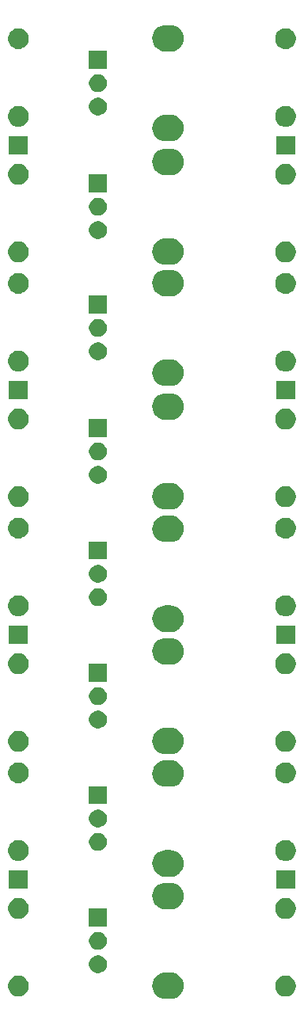
<source format=gbr>
G04 #@! TF.GenerationSoftware,KiCad,Pcbnew,(5.1.2)-2*
G04 #@! TF.CreationDate,2021-07-18T13:36:31+02:00*
G04 #@! TF.ProjectId,Octal,4f637461-6c2e-46b6-9963-61645f706362,1.0.0*
G04 #@! TF.SameCoordinates,Original*
G04 #@! TF.FileFunction,Soldermask,Top*
G04 #@! TF.FilePolarity,Negative*
%FSLAX46Y46*%
G04 Gerber Fmt 4.6, Leading zero omitted, Abs format (unit mm)*
G04 Created by KiCad (PCBNEW (5.1.2)-2) date 2021-07-18 13:36:31*
%MOMM*%
%LPD*%
G04 APERTURE LIST*
%ADD10C,0.150000*%
G04 APERTURE END LIST*
D10*
G36*
X187857412Y-148389805D02*
G01*
X187995604Y-148403416D01*
X188261579Y-148484099D01*
X188261581Y-148484100D01*
X188506701Y-148615119D01*
X188721556Y-148791444D01*
X188897881Y-149006299D01*
X189028900Y-149251419D01*
X189028901Y-149251421D01*
X189109584Y-149517396D01*
X189136827Y-149794000D01*
X189109584Y-150070604D01*
X189083823Y-150155525D01*
X189028900Y-150336581D01*
X188897881Y-150581701D01*
X188721556Y-150796556D01*
X188506701Y-150972881D01*
X188261581Y-151103900D01*
X188261579Y-151103901D01*
X187995604Y-151184584D01*
X187857412Y-151198195D01*
X187788317Y-151205000D01*
X187129683Y-151205000D01*
X187060588Y-151198195D01*
X186922396Y-151184584D01*
X186656421Y-151103901D01*
X186656419Y-151103900D01*
X186411299Y-150972881D01*
X186196444Y-150796556D01*
X186020119Y-150581701D01*
X185889100Y-150336581D01*
X185834177Y-150155525D01*
X185808416Y-150070604D01*
X185781173Y-149794000D01*
X185808416Y-149517396D01*
X185889099Y-149251421D01*
X185889100Y-149251419D01*
X186020119Y-149006299D01*
X186196444Y-148791444D01*
X186411299Y-148615119D01*
X186656419Y-148484100D01*
X186656421Y-148484099D01*
X186922396Y-148403416D01*
X187060588Y-148389805D01*
X187129683Y-148383000D01*
X187788317Y-148383000D01*
X187857412Y-148389805D01*
X187857412Y-148389805D01*
G37*
G36*
X200278655Y-148742591D02*
G01*
X200350525Y-148756887D01*
X200553624Y-148841013D01*
X200736409Y-148963146D01*
X200891854Y-149118591D01*
X201013987Y-149301376D01*
X201098113Y-149504475D01*
X201141000Y-149720084D01*
X201141000Y-149939916D01*
X201098113Y-150155525D01*
X201013987Y-150358624D01*
X200891854Y-150541409D01*
X200736409Y-150696854D01*
X200553624Y-150818987D01*
X200350525Y-150903113D01*
X200278655Y-150917409D01*
X200134918Y-150946000D01*
X199915082Y-150946000D01*
X199771345Y-150917409D01*
X199699475Y-150903113D01*
X199496376Y-150818987D01*
X199313591Y-150696854D01*
X199158146Y-150541409D01*
X199036013Y-150358624D01*
X198951887Y-150155525D01*
X198909000Y-149939916D01*
X198909000Y-149720084D01*
X198951887Y-149504475D01*
X199036013Y-149301376D01*
X199158146Y-149118591D01*
X199313591Y-148963146D01*
X199496376Y-148841013D01*
X199699475Y-148756887D01*
X199771345Y-148742591D01*
X199915082Y-148714000D01*
X200134918Y-148714000D01*
X200278655Y-148742591D01*
X200278655Y-148742591D01*
G37*
G36*
X171703655Y-148742591D02*
G01*
X171775525Y-148756887D01*
X171978624Y-148841013D01*
X172161409Y-148963146D01*
X172316854Y-149118591D01*
X172438987Y-149301376D01*
X172523113Y-149504475D01*
X172566000Y-149720084D01*
X172566000Y-149939916D01*
X172523113Y-150155525D01*
X172438987Y-150358624D01*
X172316854Y-150541409D01*
X172161409Y-150696854D01*
X171978624Y-150818987D01*
X171775525Y-150903113D01*
X171703655Y-150917409D01*
X171559918Y-150946000D01*
X171340082Y-150946000D01*
X171196345Y-150917409D01*
X171124475Y-150903113D01*
X170921376Y-150818987D01*
X170738591Y-150696854D01*
X170583146Y-150541409D01*
X170461013Y-150358624D01*
X170376887Y-150155525D01*
X170334000Y-149939916D01*
X170334000Y-149720084D01*
X170376887Y-149504475D01*
X170461013Y-149301376D01*
X170583146Y-149118591D01*
X170738591Y-148963146D01*
X170921376Y-148841013D01*
X171124475Y-148756887D01*
X171196345Y-148742591D01*
X171340082Y-148714000D01*
X171559918Y-148714000D01*
X171703655Y-148742591D01*
X171703655Y-148742591D01*
G37*
G36*
X180236395Y-146579546D02*
G01*
X180409466Y-146651234D01*
X180409467Y-146651235D01*
X180565227Y-146755310D01*
X180697690Y-146887773D01*
X180697691Y-146887775D01*
X180801766Y-147043534D01*
X180873454Y-147216605D01*
X180910000Y-147400333D01*
X180910000Y-147587667D01*
X180873454Y-147771395D01*
X180801766Y-147944466D01*
X180801765Y-147944467D01*
X180697690Y-148100227D01*
X180565227Y-148232690D01*
X180486818Y-148285081D01*
X180409466Y-148336766D01*
X180236395Y-148408454D01*
X180052667Y-148445000D01*
X179865333Y-148445000D01*
X179681605Y-148408454D01*
X179508534Y-148336766D01*
X179431182Y-148285081D01*
X179352773Y-148232690D01*
X179220310Y-148100227D01*
X179116235Y-147944467D01*
X179116234Y-147944466D01*
X179044546Y-147771395D01*
X179008000Y-147587667D01*
X179008000Y-147400333D01*
X179044546Y-147216605D01*
X179116234Y-147043534D01*
X179220309Y-146887775D01*
X179220310Y-146887773D01*
X179352773Y-146755310D01*
X179508533Y-146651235D01*
X179508534Y-146651234D01*
X179681605Y-146579546D01*
X179865333Y-146543000D01*
X180052667Y-146543000D01*
X180236395Y-146579546D01*
X180236395Y-146579546D01*
G37*
G36*
X180236395Y-144079546D02*
G01*
X180409466Y-144151234D01*
X180409467Y-144151235D01*
X180565227Y-144255310D01*
X180697690Y-144387773D01*
X180697691Y-144387775D01*
X180801766Y-144543534D01*
X180873454Y-144716605D01*
X180910000Y-144900333D01*
X180910000Y-145087667D01*
X180873454Y-145271395D01*
X180801766Y-145444466D01*
X180801765Y-145444467D01*
X180697690Y-145600227D01*
X180565227Y-145732690D01*
X180486818Y-145785081D01*
X180409466Y-145836766D01*
X180236395Y-145908454D01*
X180052667Y-145945000D01*
X179865333Y-145945000D01*
X179681605Y-145908454D01*
X179508534Y-145836766D01*
X179431182Y-145785081D01*
X179352773Y-145732690D01*
X179220310Y-145600227D01*
X179116235Y-145444467D01*
X179116234Y-145444466D01*
X179044546Y-145271395D01*
X179008000Y-145087667D01*
X179008000Y-144900333D01*
X179044546Y-144716605D01*
X179116234Y-144543534D01*
X179220309Y-144387775D01*
X179220310Y-144387773D01*
X179352773Y-144255310D01*
X179508533Y-144151235D01*
X179508534Y-144151234D01*
X179681605Y-144079546D01*
X179865333Y-144043000D01*
X180052667Y-144043000D01*
X180236395Y-144079546D01*
X180236395Y-144079546D01*
G37*
G36*
X180910000Y-143445000D02*
G01*
X179008000Y-143445000D01*
X179008000Y-141543000D01*
X180910000Y-141543000D01*
X180910000Y-143445000D01*
X180910000Y-143445000D01*
G37*
G36*
X200278655Y-140442591D02*
G01*
X200350525Y-140456887D01*
X200553624Y-140541013D01*
X200736409Y-140663146D01*
X200891854Y-140818591D01*
X201013987Y-141001376D01*
X201098113Y-141204475D01*
X201141000Y-141420084D01*
X201141000Y-141639916D01*
X201098113Y-141855525D01*
X201013987Y-142058624D01*
X200891854Y-142241409D01*
X200736409Y-142396854D01*
X200553624Y-142518987D01*
X200350525Y-142603113D01*
X200278655Y-142617409D01*
X200134918Y-142646000D01*
X199915082Y-142646000D01*
X199771345Y-142617409D01*
X199699475Y-142603113D01*
X199496376Y-142518987D01*
X199313591Y-142396854D01*
X199158146Y-142241409D01*
X199036013Y-142058624D01*
X198951887Y-141855525D01*
X198909000Y-141639916D01*
X198909000Y-141420084D01*
X198951887Y-141204475D01*
X199036013Y-141001376D01*
X199158146Y-140818591D01*
X199313591Y-140663146D01*
X199496376Y-140541013D01*
X199699475Y-140456887D01*
X199771345Y-140442591D01*
X199915082Y-140414000D01*
X200134918Y-140414000D01*
X200278655Y-140442591D01*
X200278655Y-140442591D01*
G37*
G36*
X171703655Y-140442591D02*
G01*
X171775525Y-140456887D01*
X171978624Y-140541013D01*
X172161409Y-140663146D01*
X172316854Y-140818591D01*
X172438987Y-141001376D01*
X172523113Y-141204475D01*
X172566000Y-141420084D01*
X172566000Y-141639916D01*
X172523113Y-141855525D01*
X172438987Y-142058624D01*
X172316854Y-142241409D01*
X172161409Y-142396854D01*
X171978624Y-142518987D01*
X171775525Y-142603113D01*
X171703655Y-142617409D01*
X171559918Y-142646000D01*
X171340082Y-142646000D01*
X171196345Y-142617409D01*
X171124475Y-142603113D01*
X170921376Y-142518987D01*
X170738591Y-142396854D01*
X170583146Y-142241409D01*
X170461013Y-142058624D01*
X170376887Y-141855525D01*
X170334000Y-141639916D01*
X170334000Y-141420084D01*
X170376887Y-141204475D01*
X170461013Y-141001376D01*
X170583146Y-140818591D01*
X170738591Y-140663146D01*
X170921376Y-140541013D01*
X171124475Y-140456887D01*
X171196345Y-140442591D01*
X171340082Y-140414000D01*
X171559918Y-140414000D01*
X171703655Y-140442591D01*
X171703655Y-140442591D01*
G37*
G36*
X187857412Y-138789805D02*
G01*
X187995604Y-138803416D01*
X188261579Y-138884099D01*
X188261581Y-138884100D01*
X188506701Y-139015119D01*
X188721556Y-139191444D01*
X188889429Y-139396000D01*
X188897880Y-139406298D01*
X189028901Y-139651421D01*
X189109584Y-139917396D01*
X189136827Y-140194000D01*
X189109584Y-140470604D01*
X189028901Y-140736579D01*
X189028900Y-140736581D01*
X188897881Y-140981701D01*
X188721556Y-141196556D01*
X188506701Y-141372881D01*
X188418390Y-141420084D01*
X188261579Y-141503901D01*
X187995604Y-141584584D01*
X187857412Y-141598195D01*
X187788317Y-141605000D01*
X187129683Y-141605000D01*
X187060588Y-141598195D01*
X186922396Y-141584584D01*
X186656421Y-141503901D01*
X186499610Y-141420084D01*
X186411299Y-141372881D01*
X186196444Y-141196556D01*
X186020119Y-140981701D01*
X185889100Y-140736581D01*
X185889099Y-140736579D01*
X185808416Y-140470604D01*
X185781173Y-140194000D01*
X185808416Y-139917396D01*
X185889099Y-139651421D01*
X186020120Y-139406298D01*
X186028571Y-139396000D01*
X186196444Y-139191444D01*
X186411299Y-139015119D01*
X186656419Y-138884100D01*
X186656421Y-138884099D01*
X186922396Y-138803416D01*
X187060588Y-138789805D01*
X187129683Y-138783000D01*
X187788317Y-138783000D01*
X187857412Y-138789805D01*
X187857412Y-138789805D01*
G37*
G36*
X172466000Y-139396000D02*
G01*
X170434000Y-139396000D01*
X170434000Y-137464000D01*
X172466000Y-137464000D01*
X172466000Y-139396000D01*
X172466000Y-139396000D01*
G37*
G36*
X201041000Y-139396000D02*
G01*
X199009000Y-139396000D01*
X199009000Y-137464000D01*
X201041000Y-137464000D01*
X201041000Y-139396000D01*
X201041000Y-139396000D01*
G37*
G36*
X187857412Y-135308805D02*
G01*
X187995604Y-135322416D01*
X188261579Y-135403099D01*
X188261581Y-135403100D01*
X188506701Y-135534119D01*
X188721556Y-135710444D01*
X188897880Y-135925298D01*
X189028901Y-136170421D01*
X189109584Y-136436396D01*
X189136827Y-136713000D01*
X189109584Y-136989604D01*
X189028901Y-137255579D01*
X189028900Y-137255581D01*
X188897881Y-137500701D01*
X188721556Y-137715556D01*
X188506701Y-137891881D01*
X188261581Y-138022900D01*
X188261579Y-138022901D01*
X187995604Y-138103584D01*
X187857412Y-138117195D01*
X187788317Y-138124000D01*
X187129683Y-138124000D01*
X187060588Y-138117195D01*
X186922396Y-138103584D01*
X186656421Y-138022901D01*
X186656419Y-138022900D01*
X186411299Y-137891881D01*
X186196444Y-137715556D01*
X186020119Y-137500701D01*
X185889100Y-137255581D01*
X185889099Y-137255579D01*
X185808416Y-136989604D01*
X185781173Y-136713000D01*
X185808416Y-136436396D01*
X185889099Y-136170421D01*
X186020120Y-135925298D01*
X186196444Y-135710444D01*
X186411299Y-135534119D01*
X186656419Y-135403100D01*
X186656421Y-135403099D01*
X186922396Y-135322416D01*
X187060588Y-135308805D01*
X187129683Y-135302000D01*
X187788317Y-135302000D01*
X187857412Y-135308805D01*
X187857412Y-135308805D01*
G37*
G36*
X171703655Y-134242591D02*
G01*
X171775525Y-134256887D01*
X171978624Y-134341013D01*
X172161409Y-134463146D01*
X172316854Y-134618591D01*
X172438987Y-134801376D01*
X172523113Y-135004475D01*
X172566000Y-135220084D01*
X172566000Y-135439916D01*
X172523113Y-135655525D01*
X172438987Y-135858624D01*
X172316854Y-136041409D01*
X172161409Y-136196854D01*
X171978624Y-136318987D01*
X171775525Y-136403113D01*
X171703655Y-136417409D01*
X171559918Y-136446000D01*
X171340082Y-136446000D01*
X171196345Y-136417409D01*
X171124475Y-136403113D01*
X170921376Y-136318987D01*
X170738591Y-136196854D01*
X170583146Y-136041409D01*
X170461013Y-135858624D01*
X170376887Y-135655525D01*
X170334000Y-135439916D01*
X170334000Y-135220084D01*
X170376887Y-135004475D01*
X170461013Y-134801376D01*
X170583146Y-134618591D01*
X170738591Y-134463146D01*
X170921376Y-134341013D01*
X171124475Y-134256887D01*
X171196345Y-134242591D01*
X171340082Y-134214000D01*
X171559918Y-134214000D01*
X171703655Y-134242591D01*
X171703655Y-134242591D01*
G37*
G36*
X200278655Y-134242591D02*
G01*
X200350525Y-134256887D01*
X200553624Y-134341013D01*
X200736409Y-134463146D01*
X200891854Y-134618591D01*
X201013987Y-134801376D01*
X201098113Y-135004475D01*
X201141000Y-135220084D01*
X201141000Y-135439916D01*
X201098113Y-135655525D01*
X201013987Y-135858624D01*
X200891854Y-136041409D01*
X200736409Y-136196854D01*
X200553624Y-136318987D01*
X200350525Y-136403113D01*
X200278655Y-136417409D01*
X200134918Y-136446000D01*
X199915082Y-136446000D01*
X199771345Y-136417409D01*
X199699475Y-136403113D01*
X199496376Y-136318987D01*
X199313591Y-136196854D01*
X199158146Y-136041409D01*
X199036013Y-135858624D01*
X198951887Y-135655525D01*
X198909000Y-135439916D01*
X198909000Y-135220084D01*
X198951887Y-135004475D01*
X199036013Y-134801376D01*
X199158146Y-134618591D01*
X199313591Y-134463146D01*
X199496376Y-134341013D01*
X199699475Y-134256887D01*
X199771345Y-134242591D01*
X199915082Y-134214000D01*
X200134918Y-134214000D01*
X200278655Y-134242591D01*
X200278655Y-134242591D01*
G37*
G36*
X180236395Y-133498546D02*
G01*
X180409466Y-133570234D01*
X180409467Y-133570235D01*
X180565227Y-133674310D01*
X180697690Y-133806773D01*
X180697691Y-133806775D01*
X180801766Y-133962534D01*
X180873454Y-134135605D01*
X180910000Y-134319333D01*
X180910000Y-134506667D01*
X180873454Y-134690395D01*
X180801766Y-134863466D01*
X180801765Y-134863467D01*
X180697690Y-135019227D01*
X180565227Y-135151690D01*
X180486818Y-135204081D01*
X180409466Y-135255766D01*
X180236395Y-135327454D01*
X180052667Y-135364000D01*
X179865333Y-135364000D01*
X179681605Y-135327454D01*
X179508534Y-135255766D01*
X179431182Y-135204081D01*
X179352773Y-135151690D01*
X179220310Y-135019227D01*
X179116235Y-134863467D01*
X179116234Y-134863466D01*
X179044546Y-134690395D01*
X179008000Y-134506667D01*
X179008000Y-134319333D01*
X179044546Y-134135605D01*
X179116234Y-133962534D01*
X179220309Y-133806775D01*
X179220310Y-133806773D01*
X179352773Y-133674310D01*
X179508533Y-133570235D01*
X179508534Y-133570234D01*
X179681605Y-133498546D01*
X179865333Y-133462000D01*
X180052667Y-133462000D01*
X180236395Y-133498546D01*
X180236395Y-133498546D01*
G37*
G36*
X180236395Y-130998546D02*
G01*
X180409466Y-131070234D01*
X180409467Y-131070235D01*
X180565227Y-131174310D01*
X180697690Y-131306773D01*
X180697691Y-131306775D01*
X180801766Y-131462534D01*
X180873454Y-131635605D01*
X180910000Y-131819333D01*
X180910000Y-132006667D01*
X180873454Y-132190395D01*
X180801766Y-132363466D01*
X180801765Y-132363467D01*
X180697690Y-132519227D01*
X180565227Y-132651690D01*
X180486818Y-132704081D01*
X180409466Y-132755766D01*
X180236395Y-132827454D01*
X180052667Y-132864000D01*
X179865333Y-132864000D01*
X179681605Y-132827454D01*
X179508534Y-132755766D01*
X179431182Y-132704081D01*
X179352773Y-132651690D01*
X179220310Y-132519227D01*
X179116235Y-132363467D01*
X179116234Y-132363466D01*
X179044546Y-132190395D01*
X179008000Y-132006667D01*
X179008000Y-131819333D01*
X179044546Y-131635605D01*
X179116234Y-131462534D01*
X179220309Y-131306775D01*
X179220310Y-131306773D01*
X179352773Y-131174310D01*
X179508533Y-131070235D01*
X179508534Y-131070234D01*
X179681605Y-130998546D01*
X179865333Y-130962000D01*
X180052667Y-130962000D01*
X180236395Y-130998546D01*
X180236395Y-130998546D01*
G37*
G36*
X180910000Y-130364000D02*
G01*
X179008000Y-130364000D01*
X179008000Y-128462000D01*
X180910000Y-128462000D01*
X180910000Y-130364000D01*
X180910000Y-130364000D01*
G37*
G36*
X187857412Y-125708805D02*
G01*
X187995604Y-125722416D01*
X188261579Y-125803099D01*
X188261581Y-125803100D01*
X188506701Y-125934119D01*
X188721556Y-126110444D01*
X188892376Y-126318591D01*
X188897880Y-126325298D01*
X189028901Y-126570421D01*
X189109584Y-126836396D01*
X189136827Y-127113000D01*
X189109584Y-127389604D01*
X189058312Y-127558623D01*
X189028900Y-127655581D01*
X188897881Y-127900701D01*
X188721556Y-128115556D01*
X188506701Y-128291881D01*
X188261581Y-128422900D01*
X188261579Y-128422901D01*
X187995604Y-128503584D01*
X187857412Y-128517195D01*
X187788317Y-128524000D01*
X187129683Y-128524000D01*
X187060588Y-128517195D01*
X186922396Y-128503584D01*
X186656421Y-128422901D01*
X186656419Y-128422900D01*
X186411299Y-128291881D01*
X186196444Y-128115556D01*
X186020119Y-127900701D01*
X185889100Y-127655581D01*
X185859688Y-127558623D01*
X185808416Y-127389604D01*
X185781173Y-127113000D01*
X185808416Y-126836396D01*
X185889099Y-126570421D01*
X186020120Y-126325298D01*
X186025624Y-126318591D01*
X186196444Y-126110444D01*
X186411299Y-125934119D01*
X186656419Y-125803100D01*
X186656421Y-125803099D01*
X186922396Y-125722416D01*
X187060588Y-125708805D01*
X187129683Y-125702000D01*
X187788317Y-125702000D01*
X187857412Y-125708805D01*
X187857412Y-125708805D01*
G37*
G36*
X200236062Y-125934119D02*
G01*
X200350525Y-125956887D01*
X200553624Y-126041013D01*
X200736409Y-126163146D01*
X200891854Y-126318591D01*
X201013987Y-126501376D01*
X201098113Y-126704475D01*
X201141000Y-126920084D01*
X201141000Y-127139916D01*
X201098113Y-127355525D01*
X201013987Y-127558624D01*
X200891854Y-127741409D01*
X200736409Y-127896854D01*
X200553624Y-128018987D01*
X200350525Y-128103113D01*
X200287974Y-128115555D01*
X200134918Y-128146000D01*
X199915082Y-128146000D01*
X199762026Y-128115555D01*
X199699475Y-128103113D01*
X199496376Y-128018987D01*
X199313591Y-127896854D01*
X199158146Y-127741409D01*
X199036013Y-127558624D01*
X198951887Y-127355525D01*
X198909000Y-127139916D01*
X198909000Y-126920084D01*
X198951887Y-126704475D01*
X199036013Y-126501376D01*
X199158146Y-126318591D01*
X199313591Y-126163146D01*
X199496376Y-126041013D01*
X199699475Y-125956887D01*
X199813938Y-125934119D01*
X199915082Y-125914000D01*
X200134918Y-125914000D01*
X200236062Y-125934119D01*
X200236062Y-125934119D01*
G37*
G36*
X171661062Y-125934119D02*
G01*
X171775525Y-125956887D01*
X171978624Y-126041013D01*
X172161409Y-126163146D01*
X172316854Y-126318591D01*
X172438987Y-126501376D01*
X172523113Y-126704475D01*
X172566000Y-126920084D01*
X172566000Y-127139916D01*
X172523113Y-127355525D01*
X172438987Y-127558624D01*
X172316854Y-127741409D01*
X172161409Y-127896854D01*
X171978624Y-128018987D01*
X171775525Y-128103113D01*
X171712974Y-128115555D01*
X171559918Y-128146000D01*
X171340082Y-128146000D01*
X171187026Y-128115555D01*
X171124475Y-128103113D01*
X170921376Y-128018987D01*
X170738591Y-127896854D01*
X170583146Y-127741409D01*
X170461013Y-127558624D01*
X170376887Y-127355525D01*
X170334000Y-127139916D01*
X170334000Y-126920084D01*
X170376887Y-126704475D01*
X170461013Y-126501376D01*
X170583146Y-126318591D01*
X170738591Y-126163146D01*
X170921376Y-126041013D01*
X171124475Y-125956887D01*
X171238938Y-125934119D01*
X171340082Y-125914000D01*
X171559918Y-125914000D01*
X171661062Y-125934119D01*
X171661062Y-125934119D01*
G37*
G36*
X187857412Y-122227805D02*
G01*
X187995604Y-122241416D01*
X188261579Y-122322099D01*
X188261581Y-122322100D01*
X188506701Y-122453119D01*
X188721556Y-122629444D01*
X188897881Y-122844299D01*
X189028900Y-123089419D01*
X189028901Y-123089421D01*
X189109584Y-123355396D01*
X189136827Y-123632000D01*
X189109584Y-123908604D01*
X189083823Y-123993525D01*
X189028900Y-124174581D01*
X188897881Y-124419701D01*
X188721556Y-124634556D01*
X188506701Y-124810881D01*
X188261581Y-124941900D01*
X188261579Y-124941901D01*
X187995604Y-125022584D01*
X187857412Y-125036195D01*
X187788317Y-125043000D01*
X187129683Y-125043000D01*
X187060588Y-125036195D01*
X186922396Y-125022584D01*
X186656421Y-124941901D01*
X186656419Y-124941900D01*
X186411299Y-124810881D01*
X186196444Y-124634556D01*
X186020119Y-124419701D01*
X185889100Y-124174581D01*
X185834177Y-123993525D01*
X185808416Y-123908604D01*
X185781173Y-123632000D01*
X185808416Y-123355396D01*
X185889099Y-123089421D01*
X185889100Y-123089419D01*
X186020119Y-122844299D01*
X186196444Y-122629444D01*
X186411299Y-122453119D01*
X186656419Y-122322100D01*
X186656421Y-122322099D01*
X186922396Y-122241416D01*
X187060588Y-122227805D01*
X187129683Y-122221000D01*
X187788317Y-122221000D01*
X187857412Y-122227805D01*
X187857412Y-122227805D01*
G37*
G36*
X200278655Y-122580591D02*
G01*
X200350525Y-122594887D01*
X200553624Y-122679013D01*
X200736409Y-122801146D01*
X200891854Y-122956591D01*
X201013987Y-123139376D01*
X201098113Y-123342475D01*
X201141000Y-123558084D01*
X201141000Y-123777916D01*
X201098113Y-123993525D01*
X201013987Y-124196624D01*
X200891854Y-124379409D01*
X200736409Y-124534854D01*
X200553624Y-124656987D01*
X200350525Y-124741113D01*
X200278655Y-124755409D01*
X200134918Y-124784000D01*
X199915082Y-124784000D01*
X199771345Y-124755409D01*
X199699475Y-124741113D01*
X199496376Y-124656987D01*
X199313591Y-124534854D01*
X199158146Y-124379409D01*
X199036013Y-124196624D01*
X198951887Y-123993525D01*
X198909000Y-123777916D01*
X198909000Y-123558084D01*
X198951887Y-123342475D01*
X199036013Y-123139376D01*
X199158146Y-122956591D01*
X199313591Y-122801146D01*
X199496376Y-122679013D01*
X199699475Y-122594887D01*
X199771345Y-122580591D01*
X199915082Y-122552000D01*
X200134918Y-122552000D01*
X200278655Y-122580591D01*
X200278655Y-122580591D01*
G37*
G36*
X171703655Y-122580591D02*
G01*
X171775525Y-122594887D01*
X171978624Y-122679013D01*
X172161409Y-122801146D01*
X172316854Y-122956591D01*
X172438987Y-123139376D01*
X172523113Y-123342475D01*
X172566000Y-123558084D01*
X172566000Y-123777916D01*
X172523113Y-123993525D01*
X172438987Y-124196624D01*
X172316854Y-124379409D01*
X172161409Y-124534854D01*
X171978624Y-124656987D01*
X171775525Y-124741113D01*
X171703655Y-124755409D01*
X171559918Y-124784000D01*
X171340082Y-124784000D01*
X171196345Y-124755409D01*
X171124475Y-124741113D01*
X170921376Y-124656987D01*
X170738591Y-124534854D01*
X170583146Y-124379409D01*
X170461013Y-124196624D01*
X170376887Y-123993525D01*
X170334000Y-123777916D01*
X170334000Y-123558084D01*
X170376887Y-123342475D01*
X170461013Y-123139376D01*
X170583146Y-122956591D01*
X170738591Y-122801146D01*
X170921376Y-122679013D01*
X171124475Y-122594887D01*
X171196345Y-122580591D01*
X171340082Y-122552000D01*
X171559918Y-122552000D01*
X171703655Y-122580591D01*
X171703655Y-122580591D01*
G37*
G36*
X180236395Y-120417546D02*
G01*
X180409466Y-120489234D01*
X180409467Y-120489235D01*
X180565227Y-120593310D01*
X180697690Y-120725773D01*
X180697691Y-120725775D01*
X180801766Y-120881534D01*
X180873454Y-121054605D01*
X180910000Y-121238333D01*
X180910000Y-121425667D01*
X180873454Y-121609395D01*
X180801766Y-121782466D01*
X180801765Y-121782467D01*
X180697690Y-121938227D01*
X180565227Y-122070690D01*
X180486818Y-122123081D01*
X180409466Y-122174766D01*
X180236395Y-122246454D01*
X180052667Y-122283000D01*
X179865333Y-122283000D01*
X179681605Y-122246454D01*
X179508534Y-122174766D01*
X179431182Y-122123081D01*
X179352773Y-122070690D01*
X179220310Y-121938227D01*
X179116235Y-121782467D01*
X179116234Y-121782466D01*
X179044546Y-121609395D01*
X179008000Y-121425667D01*
X179008000Y-121238333D01*
X179044546Y-121054605D01*
X179116234Y-120881534D01*
X179220309Y-120725775D01*
X179220310Y-120725773D01*
X179352773Y-120593310D01*
X179508533Y-120489235D01*
X179508534Y-120489234D01*
X179681605Y-120417546D01*
X179865333Y-120381000D01*
X180052667Y-120381000D01*
X180236395Y-120417546D01*
X180236395Y-120417546D01*
G37*
G36*
X180236395Y-117917546D02*
G01*
X180409466Y-117989234D01*
X180409467Y-117989235D01*
X180565227Y-118093310D01*
X180697690Y-118225773D01*
X180697691Y-118225775D01*
X180801766Y-118381534D01*
X180873454Y-118554605D01*
X180910000Y-118738333D01*
X180910000Y-118925667D01*
X180873454Y-119109395D01*
X180801766Y-119282466D01*
X180801765Y-119282467D01*
X180697690Y-119438227D01*
X180565227Y-119570690D01*
X180486818Y-119623081D01*
X180409466Y-119674766D01*
X180236395Y-119746454D01*
X180052667Y-119783000D01*
X179865333Y-119783000D01*
X179681605Y-119746454D01*
X179508534Y-119674766D01*
X179431182Y-119623081D01*
X179352773Y-119570690D01*
X179220310Y-119438227D01*
X179116235Y-119282467D01*
X179116234Y-119282466D01*
X179044546Y-119109395D01*
X179008000Y-118925667D01*
X179008000Y-118738333D01*
X179044546Y-118554605D01*
X179116234Y-118381534D01*
X179220309Y-118225775D01*
X179220310Y-118225773D01*
X179352773Y-118093310D01*
X179508533Y-117989235D01*
X179508534Y-117989234D01*
X179681605Y-117917546D01*
X179865333Y-117881000D01*
X180052667Y-117881000D01*
X180236395Y-117917546D01*
X180236395Y-117917546D01*
G37*
G36*
X180910000Y-117283000D02*
G01*
X179008000Y-117283000D01*
X179008000Y-115381000D01*
X180910000Y-115381000D01*
X180910000Y-117283000D01*
X180910000Y-117283000D01*
G37*
G36*
X171703655Y-114280591D02*
G01*
X171775525Y-114294887D01*
X171978624Y-114379013D01*
X172161409Y-114501146D01*
X172316854Y-114656591D01*
X172438987Y-114839376D01*
X172523113Y-115042475D01*
X172566000Y-115258084D01*
X172566000Y-115477916D01*
X172523113Y-115693525D01*
X172438987Y-115896624D01*
X172316854Y-116079409D01*
X172161409Y-116234854D01*
X171978624Y-116356987D01*
X171775525Y-116441113D01*
X171703655Y-116455409D01*
X171559918Y-116484000D01*
X171340082Y-116484000D01*
X171196345Y-116455409D01*
X171124475Y-116441113D01*
X170921376Y-116356987D01*
X170738591Y-116234854D01*
X170583146Y-116079409D01*
X170461013Y-115896624D01*
X170376887Y-115693525D01*
X170334000Y-115477916D01*
X170334000Y-115258084D01*
X170376887Y-115042475D01*
X170461013Y-114839376D01*
X170583146Y-114656591D01*
X170738591Y-114501146D01*
X170921376Y-114379013D01*
X171124475Y-114294887D01*
X171196345Y-114280591D01*
X171340082Y-114252000D01*
X171559918Y-114252000D01*
X171703655Y-114280591D01*
X171703655Y-114280591D01*
G37*
G36*
X200278655Y-114280591D02*
G01*
X200350525Y-114294887D01*
X200553624Y-114379013D01*
X200736409Y-114501146D01*
X200891854Y-114656591D01*
X201013987Y-114839376D01*
X201098113Y-115042475D01*
X201141000Y-115258084D01*
X201141000Y-115477916D01*
X201098113Y-115693525D01*
X201013987Y-115896624D01*
X200891854Y-116079409D01*
X200736409Y-116234854D01*
X200553624Y-116356987D01*
X200350525Y-116441113D01*
X200278655Y-116455409D01*
X200134918Y-116484000D01*
X199915082Y-116484000D01*
X199771345Y-116455409D01*
X199699475Y-116441113D01*
X199496376Y-116356987D01*
X199313591Y-116234854D01*
X199158146Y-116079409D01*
X199036013Y-115896624D01*
X198951887Y-115693525D01*
X198909000Y-115477916D01*
X198909000Y-115258084D01*
X198951887Y-115042475D01*
X199036013Y-114839376D01*
X199158146Y-114656591D01*
X199313591Y-114501146D01*
X199496376Y-114379013D01*
X199699475Y-114294887D01*
X199771345Y-114280591D01*
X199915082Y-114252000D01*
X200134918Y-114252000D01*
X200278655Y-114280591D01*
X200278655Y-114280591D01*
G37*
G36*
X187857412Y-112627805D02*
G01*
X187995604Y-112641416D01*
X188261579Y-112722099D01*
X188261581Y-112722100D01*
X188506701Y-112853119D01*
X188721556Y-113029444D01*
X188889429Y-113234000D01*
X188897880Y-113244298D01*
X189028901Y-113489421D01*
X189109584Y-113755396D01*
X189136827Y-114032000D01*
X189109584Y-114308604D01*
X189028901Y-114574579D01*
X189028900Y-114574581D01*
X188897881Y-114819701D01*
X188721556Y-115034556D01*
X188506701Y-115210881D01*
X188418390Y-115258084D01*
X188261579Y-115341901D01*
X187995604Y-115422584D01*
X187857412Y-115436195D01*
X187788317Y-115443000D01*
X187129683Y-115443000D01*
X187060588Y-115436195D01*
X186922396Y-115422584D01*
X186656421Y-115341901D01*
X186499610Y-115258084D01*
X186411299Y-115210881D01*
X186196444Y-115034556D01*
X186020119Y-114819701D01*
X185889100Y-114574581D01*
X185889099Y-114574579D01*
X185808416Y-114308604D01*
X185781173Y-114032000D01*
X185808416Y-113755396D01*
X185889099Y-113489421D01*
X186020120Y-113244298D01*
X186028571Y-113234000D01*
X186196444Y-113029444D01*
X186411299Y-112853119D01*
X186656419Y-112722100D01*
X186656421Y-112722099D01*
X186922396Y-112641416D01*
X187060588Y-112627805D01*
X187129683Y-112621000D01*
X187788317Y-112621000D01*
X187857412Y-112627805D01*
X187857412Y-112627805D01*
G37*
G36*
X172466000Y-113234000D02*
G01*
X170434000Y-113234000D01*
X170434000Y-111302000D01*
X172466000Y-111302000D01*
X172466000Y-113234000D01*
X172466000Y-113234000D01*
G37*
G36*
X201041000Y-113234000D02*
G01*
X199009000Y-113234000D01*
X199009000Y-111302000D01*
X201041000Y-111302000D01*
X201041000Y-113234000D01*
X201041000Y-113234000D01*
G37*
G36*
X187857412Y-109146805D02*
G01*
X187995604Y-109160416D01*
X188261579Y-109241099D01*
X188261581Y-109241100D01*
X188506701Y-109372119D01*
X188721556Y-109548444D01*
X188897880Y-109763298D01*
X189028901Y-110008421D01*
X189109584Y-110274396D01*
X189136827Y-110551000D01*
X189109584Y-110827604D01*
X189028901Y-111093579D01*
X189028900Y-111093581D01*
X188897881Y-111338701D01*
X188721556Y-111553556D01*
X188506701Y-111729881D01*
X188261581Y-111860900D01*
X188261579Y-111860901D01*
X187995604Y-111941584D01*
X187857412Y-111955195D01*
X187788317Y-111962000D01*
X187129683Y-111962000D01*
X187060588Y-111955195D01*
X186922396Y-111941584D01*
X186656421Y-111860901D01*
X186656419Y-111860900D01*
X186411299Y-111729881D01*
X186196444Y-111553556D01*
X186020119Y-111338701D01*
X185889100Y-111093581D01*
X185889099Y-111093579D01*
X185808416Y-110827604D01*
X185781173Y-110551000D01*
X185808416Y-110274396D01*
X185889099Y-110008421D01*
X186020120Y-109763298D01*
X186196444Y-109548444D01*
X186411299Y-109372119D01*
X186656419Y-109241100D01*
X186656421Y-109241099D01*
X186922396Y-109160416D01*
X187060588Y-109146805D01*
X187129683Y-109140000D01*
X187788317Y-109140000D01*
X187857412Y-109146805D01*
X187857412Y-109146805D01*
G37*
G36*
X200278655Y-108080591D02*
G01*
X200350525Y-108094887D01*
X200553624Y-108179013D01*
X200736409Y-108301146D01*
X200891854Y-108456591D01*
X201013987Y-108639376D01*
X201098113Y-108842475D01*
X201141000Y-109058084D01*
X201141000Y-109277916D01*
X201098113Y-109493525D01*
X201013987Y-109696624D01*
X200891854Y-109879409D01*
X200736409Y-110034854D01*
X200553624Y-110156987D01*
X200350525Y-110241113D01*
X200278655Y-110255409D01*
X200134918Y-110284000D01*
X199915082Y-110284000D01*
X199771345Y-110255409D01*
X199699475Y-110241113D01*
X199496376Y-110156987D01*
X199313591Y-110034854D01*
X199158146Y-109879409D01*
X199036013Y-109696624D01*
X198951887Y-109493525D01*
X198909000Y-109277916D01*
X198909000Y-109058084D01*
X198951887Y-108842475D01*
X199036013Y-108639376D01*
X199158146Y-108456591D01*
X199313591Y-108301146D01*
X199496376Y-108179013D01*
X199699475Y-108094887D01*
X199771345Y-108080591D01*
X199915082Y-108052000D01*
X200134918Y-108052000D01*
X200278655Y-108080591D01*
X200278655Y-108080591D01*
G37*
G36*
X171703655Y-108080591D02*
G01*
X171775525Y-108094887D01*
X171978624Y-108179013D01*
X172161409Y-108301146D01*
X172316854Y-108456591D01*
X172438987Y-108639376D01*
X172523113Y-108842475D01*
X172566000Y-109058084D01*
X172566000Y-109277916D01*
X172523113Y-109493525D01*
X172438987Y-109696624D01*
X172316854Y-109879409D01*
X172161409Y-110034854D01*
X171978624Y-110156987D01*
X171775525Y-110241113D01*
X171703655Y-110255409D01*
X171559918Y-110284000D01*
X171340082Y-110284000D01*
X171196345Y-110255409D01*
X171124475Y-110241113D01*
X170921376Y-110156987D01*
X170738591Y-110034854D01*
X170583146Y-109879409D01*
X170461013Y-109696624D01*
X170376887Y-109493525D01*
X170334000Y-109277916D01*
X170334000Y-109058084D01*
X170376887Y-108842475D01*
X170461013Y-108639376D01*
X170583146Y-108456591D01*
X170738591Y-108301146D01*
X170921376Y-108179013D01*
X171124475Y-108094887D01*
X171196345Y-108080591D01*
X171340082Y-108052000D01*
X171559918Y-108052000D01*
X171703655Y-108080591D01*
X171703655Y-108080591D01*
G37*
G36*
X180236395Y-107336546D02*
G01*
X180409466Y-107408234D01*
X180409467Y-107408235D01*
X180565227Y-107512310D01*
X180697690Y-107644773D01*
X180697691Y-107644775D01*
X180801766Y-107800534D01*
X180873454Y-107973605D01*
X180910000Y-108157333D01*
X180910000Y-108344667D01*
X180873454Y-108528395D01*
X180801766Y-108701466D01*
X180801765Y-108701467D01*
X180697690Y-108857227D01*
X180565227Y-108989690D01*
X180486818Y-109042081D01*
X180409466Y-109093766D01*
X180236395Y-109165454D01*
X180052667Y-109202000D01*
X179865333Y-109202000D01*
X179681605Y-109165454D01*
X179508534Y-109093766D01*
X179431182Y-109042081D01*
X179352773Y-108989690D01*
X179220310Y-108857227D01*
X179116235Y-108701467D01*
X179116234Y-108701466D01*
X179044546Y-108528395D01*
X179008000Y-108344667D01*
X179008000Y-108157333D01*
X179044546Y-107973605D01*
X179116234Y-107800534D01*
X179220309Y-107644775D01*
X179220310Y-107644773D01*
X179352773Y-107512310D01*
X179508533Y-107408235D01*
X179508534Y-107408234D01*
X179681605Y-107336546D01*
X179865333Y-107300000D01*
X180052667Y-107300000D01*
X180236395Y-107336546D01*
X180236395Y-107336546D01*
G37*
G36*
X180236395Y-104836546D02*
G01*
X180409466Y-104908234D01*
X180409467Y-104908235D01*
X180565227Y-105012310D01*
X180697690Y-105144773D01*
X180697691Y-105144775D01*
X180801766Y-105300534D01*
X180873454Y-105473605D01*
X180910000Y-105657333D01*
X180910000Y-105844667D01*
X180873454Y-106028395D01*
X180801766Y-106201466D01*
X180801765Y-106201467D01*
X180697690Y-106357227D01*
X180565227Y-106489690D01*
X180486818Y-106542081D01*
X180409466Y-106593766D01*
X180236395Y-106665454D01*
X180052667Y-106702000D01*
X179865333Y-106702000D01*
X179681605Y-106665454D01*
X179508534Y-106593766D01*
X179431182Y-106542081D01*
X179352773Y-106489690D01*
X179220310Y-106357227D01*
X179116235Y-106201467D01*
X179116234Y-106201466D01*
X179044546Y-106028395D01*
X179008000Y-105844667D01*
X179008000Y-105657333D01*
X179044546Y-105473605D01*
X179116234Y-105300534D01*
X179220309Y-105144775D01*
X179220310Y-105144773D01*
X179352773Y-105012310D01*
X179508533Y-104908235D01*
X179508534Y-104908234D01*
X179681605Y-104836546D01*
X179865333Y-104800000D01*
X180052667Y-104800000D01*
X180236395Y-104836546D01*
X180236395Y-104836546D01*
G37*
G36*
X180910000Y-104202000D02*
G01*
X179008000Y-104202000D01*
X179008000Y-102300000D01*
X180910000Y-102300000D01*
X180910000Y-104202000D01*
X180910000Y-104202000D01*
G37*
G36*
X187857412Y-99546805D02*
G01*
X187995604Y-99560416D01*
X188261579Y-99641099D01*
X188261581Y-99641100D01*
X188506701Y-99772119D01*
X188721556Y-99948444D01*
X188892376Y-100156591D01*
X188897880Y-100163298D01*
X189028901Y-100408421D01*
X189109584Y-100674396D01*
X189136827Y-100951000D01*
X189109584Y-101227604D01*
X189058312Y-101396623D01*
X189028900Y-101493581D01*
X188897881Y-101738701D01*
X188721556Y-101953556D01*
X188506701Y-102129881D01*
X188261581Y-102260900D01*
X188261579Y-102260901D01*
X187995604Y-102341584D01*
X187857412Y-102355195D01*
X187788317Y-102362000D01*
X187129683Y-102362000D01*
X187060588Y-102355195D01*
X186922396Y-102341584D01*
X186656421Y-102260901D01*
X186656419Y-102260900D01*
X186411299Y-102129881D01*
X186196444Y-101953556D01*
X186020119Y-101738701D01*
X185889100Y-101493581D01*
X185859688Y-101396623D01*
X185808416Y-101227604D01*
X185781173Y-100951000D01*
X185808416Y-100674396D01*
X185889099Y-100408421D01*
X186020120Y-100163298D01*
X186025624Y-100156591D01*
X186196444Y-99948444D01*
X186411299Y-99772119D01*
X186656419Y-99641100D01*
X186656421Y-99641099D01*
X186922396Y-99560416D01*
X187060588Y-99546805D01*
X187129683Y-99540000D01*
X187788317Y-99540000D01*
X187857412Y-99546805D01*
X187857412Y-99546805D01*
G37*
G36*
X171661062Y-99772119D02*
G01*
X171775525Y-99794887D01*
X171978624Y-99879013D01*
X172161409Y-100001146D01*
X172316854Y-100156591D01*
X172438987Y-100339376D01*
X172523113Y-100542475D01*
X172566000Y-100758084D01*
X172566000Y-100977916D01*
X172523113Y-101193525D01*
X172438987Y-101396624D01*
X172316854Y-101579409D01*
X172161409Y-101734854D01*
X171978624Y-101856987D01*
X171775525Y-101941113D01*
X171712974Y-101953555D01*
X171559918Y-101984000D01*
X171340082Y-101984000D01*
X171187026Y-101953555D01*
X171124475Y-101941113D01*
X170921376Y-101856987D01*
X170738591Y-101734854D01*
X170583146Y-101579409D01*
X170461013Y-101396624D01*
X170376887Y-101193525D01*
X170334000Y-100977916D01*
X170334000Y-100758084D01*
X170376887Y-100542475D01*
X170461013Y-100339376D01*
X170583146Y-100156591D01*
X170738591Y-100001146D01*
X170921376Y-99879013D01*
X171124475Y-99794887D01*
X171238938Y-99772119D01*
X171340082Y-99752000D01*
X171559918Y-99752000D01*
X171661062Y-99772119D01*
X171661062Y-99772119D01*
G37*
G36*
X200236062Y-99772119D02*
G01*
X200350525Y-99794887D01*
X200553624Y-99879013D01*
X200736409Y-100001146D01*
X200891854Y-100156591D01*
X201013987Y-100339376D01*
X201098113Y-100542475D01*
X201141000Y-100758084D01*
X201141000Y-100977916D01*
X201098113Y-101193525D01*
X201013987Y-101396624D01*
X200891854Y-101579409D01*
X200736409Y-101734854D01*
X200553624Y-101856987D01*
X200350525Y-101941113D01*
X200287974Y-101953555D01*
X200134918Y-101984000D01*
X199915082Y-101984000D01*
X199762026Y-101953555D01*
X199699475Y-101941113D01*
X199496376Y-101856987D01*
X199313591Y-101734854D01*
X199158146Y-101579409D01*
X199036013Y-101396624D01*
X198951887Y-101193525D01*
X198909000Y-100977916D01*
X198909000Y-100758084D01*
X198951887Y-100542475D01*
X199036013Y-100339376D01*
X199158146Y-100156591D01*
X199313591Y-100001146D01*
X199496376Y-99879013D01*
X199699475Y-99794887D01*
X199813938Y-99772119D01*
X199915082Y-99752000D01*
X200134918Y-99752000D01*
X200236062Y-99772119D01*
X200236062Y-99772119D01*
G37*
G36*
X187857412Y-96065805D02*
G01*
X187995604Y-96079416D01*
X188261579Y-96160099D01*
X188261581Y-96160100D01*
X188506701Y-96291119D01*
X188721556Y-96467444D01*
X188897881Y-96682299D01*
X189028900Y-96927419D01*
X189028901Y-96927421D01*
X189109584Y-97193396D01*
X189136827Y-97470000D01*
X189109584Y-97746604D01*
X189083823Y-97831525D01*
X189028900Y-98012581D01*
X188897881Y-98257701D01*
X188721556Y-98472556D01*
X188506701Y-98648881D01*
X188261581Y-98779900D01*
X188261579Y-98779901D01*
X187995604Y-98860584D01*
X187857412Y-98874195D01*
X187788317Y-98881000D01*
X187129683Y-98881000D01*
X187060588Y-98874195D01*
X186922396Y-98860584D01*
X186656421Y-98779901D01*
X186656419Y-98779900D01*
X186411299Y-98648881D01*
X186196444Y-98472556D01*
X186020119Y-98257701D01*
X185889100Y-98012581D01*
X185834177Y-97831525D01*
X185808416Y-97746604D01*
X185781173Y-97470000D01*
X185808416Y-97193396D01*
X185889099Y-96927421D01*
X185889100Y-96927419D01*
X186020119Y-96682299D01*
X186196444Y-96467444D01*
X186411299Y-96291119D01*
X186656419Y-96160100D01*
X186656421Y-96160099D01*
X186922396Y-96079416D01*
X187060588Y-96065805D01*
X187129683Y-96059000D01*
X187788317Y-96059000D01*
X187857412Y-96065805D01*
X187857412Y-96065805D01*
G37*
G36*
X200278655Y-96418591D02*
G01*
X200350525Y-96432887D01*
X200553624Y-96517013D01*
X200736409Y-96639146D01*
X200891854Y-96794591D01*
X201013987Y-96977376D01*
X201098113Y-97180475D01*
X201141000Y-97396084D01*
X201141000Y-97615916D01*
X201098113Y-97831525D01*
X201013987Y-98034624D01*
X200891854Y-98217409D01*
X200736409Y-98372854D01*
X200553624Y-98494987D01*
X200350525Y-98579113D01*
X200278655Y-98593409D01*
X200134918Y-98622000D01*
X199915082Y-98622000D01*
X199771345Y-98593409D01*
X199699475Y-98579113D01*
X199496376Y-98494987D01*
X199313591Y-98372854D01*
X199158146Y-98217409D01*
X199036013Y-98034624D01*
X198951887Y-97831525D01*
X198909000Y-97615916D01*
X198909000Y-97396084D01*
X198951887Y-97180475D01*
X199036013Y-96977376D01*
X199158146Y-96794591D01*
X199313591Y-96639146D01*
X199496376Y-96517013D01*
X199699475Y-96432887D01*
X199771345Y-96418591D01*
X199915082Y-96390000D01*
X200134918Y-96390000D01*
X200278655Y-96418591D01*
X200278655Y-96418591D01*
G37*
G36*
X171703655Y-96418591D02*
G01*
X171775525Y-96432887D01*
X171978624Y-96517013D01*
X172161409Y-96639146D01*
X172316854Y-96794591D01*
X172438987Y-96977376D01*
X172523113Y-97180475D01*
X172566000Y-97396084D01*
X172566000Y-97615916D01*
X172523113Y-97831525D01*
X172438987Y-98034624D01*
X172316854Y-98217409D01*
X172161409Y-98372854D01*
X171978624Y-98494987D01*
X171775525Y-98579113D01*
X171703655Y-98593409D01*
X171559918Y-98622000D01*
X171340082Y-98622000D01*
X171196345Y-98593409D01*
X171124475Y-98579113D01*
X170921376Y-98494987D01*
X170738591Y-98372854D01*
X170583146Y-98217409D01*
X170461013Y-98034624D01*
X170376887Y-97831525D01*
X170334000Y-97615916D01*
X170334000Y-97396084D01*
X170376887Y-97180475D01*
X170461013Y-96977376D01*
X170583146Y-96794591D01*
X170738591Y-96639146D01*
X170921376Y-96517013D01*
X171124475Y-96432887D01*
X171196345Y-96418591D01*
X171340082Y-96390000D01*
X171559918Y-96390000D01*
X171703655Y-96418591D01*
X171703655Y-96418591D01*
G37*
G36*
X180236395Y-94255546D02*
G01*
X180409466Y-94327234D01*
X180409467Y-94327235D01*
X180565227Y-94431310D01*
X180697690Y-94563773D01*
X180697691Y-94563775D01*
X180801766Y-94719534D01*
X180873454Y-94892605D01*
X180910000Y-95076333D01*
X180910000Y-95263667D01*
X180873454Y-95447395D01*
X180801766Y-95620466D01*
X180801765Y-95620467D01*
X180697690Y-95776227D01*
X180565227Y-95908690D01*
X180486818Y-95961081D01*
X180409466Y-96012766D01*
X180236395Y-96084454D01*
X180052667Y-96121000D01*
X179865333Y-96121000D01*
X179681605Y-96084454D01*
X179508534Y-96012766D01*
X179431182Y-95961081D01*
X179352773Y-95908690D01*
X179220310Y-95776227D01*
X179116235Y-95620467D01*
X179116234Y-95620466D01*
X179044546Y-95447395D01*
X179008000Y-95263667D01*
X179008000Y-95076333D01*
X179044546Y-94892605D01*
X179116234Y-94719534D01*
X179220309Y-94563775D01*
X179220310Y-94563773D01*
X179352773Y-94431310D01*
X179508533Y-94327235D01*
X179508534Y-94327234D01*
X179681605Y-94255546D01*
X179865333Y-94219000D01*
X180052667Y-94219000D01*
X180236395Y-94255546D01*
X180236395Y-94255546D01*
G37*
G36*
X180236395Y-91755546D02*
G01*
X180409466Y-91827234D01*
X180409467Y-91827235D01*
X180565227Y-91931310D01*
X180697690Y-92063773D01*
X180697691Y-92063775D01*
X180801766Y-92219534D01*
X180873454Y-92392605D01*
X180910000Y-92576333D01*
X180910000Y-92763667D01*
X180873454Y-92947395D01*
X180801766Y-93120466D01*
X180801765Y-93120467D01*
X180697690Y-93276227D01*
X180565227Y-93408690D01*
X180486818Y-93461081D01*
X180409466Y-93512766D01*
X180236395Y-93584454D01*
X180052667Y-93621000D01*
X179865333Y-93621000D01*
X179681605Y-93584454D01*
X179508534Y-93512766D01*
X179431182Y-93461081D01*
X179352773Y-93408690D01*
X179220310Y-93276227D01*
X179116235Y-93120467D01*
X179116234Y-93120466D01*
X179044546Y-92947395D01*
X179008000Y-92763667D01*
X179008000Y-92576333D01*
X179044546Y-92392605D01*
X179116234Y-92219534D01*
X179220309Y-92063775D01*
X179220310Y-92063773D01*
X179352773Y-91931310D01*
X179508533Y-91827235D01*
X179508534Y-91827234D01*
X179681605Y-91755546D01*
X179865333Y-91719000D01*
X180052667Y-91719000D01*
X180236395Y-91755546D01*
X180236395Y-91755546D01*
G37*
G36*
X180910000Y-91121000D02*
G01*
X179008000Y-91121000D01*
X179008000Y-89219000D01*
X180910000Y-89219000D01*
X180910000Y-91121000D01*
X180910000Y-91121000D01*
G37*
G36*
X200278655Y-88118591D02*
G01*
X200350525Y-88132887D01*
X200553624Y-88217013D01*
X200736409Y-88339146D01*
X200891854Y-88494591D01*
X201013987Y-88677376D01*
X201098113Y-88880475D01*
X201141000Y-89096084D01*
X201141000Y-89315916D01*
X201098113Y-89531525D01*
X201013987Y-89734624D01*
X200891854Y-89917409D01*
X200736409Y-90072854D01*
X200553624Y-90194987D01*
X200350525Y-90279113D01*
X200278655Y-90293409D01*
X200134918Y-90322000D01*
X199915082Y-90322000D01*
X199771345Y-90293409D01*
X199699475Y-90279113D01*
X199496376Y-90194987D01*
X199313591Y-90072854D01*
X199158146Y-89917409D01*
X199036013Y-89734624D01*
X198951887Y-89531525D01*
X198909000Y-89315916D01*
X198909000Y-89096084D01*
X198951887Y-88880475D01*
X199036013Y-88677376D01*
X199158146Y-88494591D01*
X199313591Y-88339146D01*
X199496376Y-88217013D01*
X199699475Y-88132887D01*
X199771345Y-88118591D01*
X199915082Y-88090000D01*
X200134918Y-88090000D01*
X200278655Y-88118591D01*
X200278655Y-88118591D01*
G37*
G36*
X171703655Y-88118591D02*
G01*
X171775525Y-88132887D01*
X171978624Y-88217013D01*
X172161409Y-88339146D01*
X172316854Y-88494591D01*
X172438987Y-88677376D01*
X172523113Y-88880475D01*
X172566000Y-89096084D01*
X172566000Y-89315916D01*
X172523113Y-89531525D01*
X172438987Y-89734624D01*
X172316854Y-89917409D01*
X172161409Y-90072854D01*
X171978624Y-90194987D01*
X171775525Y-90279113D01*
X171703655Y-90293409D01*
X171559918Y-90322000D01*
X171340082Y-90322000D01*
X171196345Y-90293409D01*
X171124475Y-90279113D01*
X170921376Y-90194987D01*
X170738591Y-90072854D01*
X170583146Y-89917409D01*
X170461013Y-89734624D01*
X170376887Y-89531525D01*
X170334000Y-89315916D01*
X170334000Y-89096084D01*
X170376887Y-88880475D01*
X170461013Y-88677376D01*
X170583146Y-88494591D01*
X170738591Y-88339146D01*
X170921376Y-88217013D01*
X171124475Y-88132887D01*
X171196345Y-88118591D01*
X171340082Y-88090000D01*
X171559918Y-88090000D01*
X171703655Y-88118591D01*
X171703655Y-88118591D01*
G37*
G36*
X187857412Y-86465805D02*
G01*
X187995604Y-86479416D01*
X188261579Y-86560099D01*
X188261581Y-86560100D01*
X188506701Y-86691119D01*
X188721556Y-86867444D01*
X188889429Y-87072000D01*
X188897880Y-87082298D01*
X189028901Y-87327421D01*
X189109584Y-87593396D01*
X189136827Y-87870000D01*
X189109584Y-88146604D01*
X189028901Y-88412579D01*
X189028900Y-88412581D01*
X188897881Y-88657701D01*
X188721556Y-88872556D01*
X188506701Y-89048881D01*
X188418390Y-89096084D01*
X188261579Y-89179901D01*
X187995604Y-89260584D01*
X187857412Y-89274195D01*
X187788317Y-89281000D01*
X187129683Y-89281000D01*
X187060588Y-89274195D01*
X186922396Y-89260584D01*
X186656421Y-89179901D01*
X186499610Y-89096084D01*
X186411299Y-89048881D01*
X186196444Y-88872556D01*
X186020119Y-88657701D01*
X185889100Y-88412581D01*
X185889099Y-88412579D01*
X185808416Y-88146604D01*
X185781173Y-87870000D01*
X185808416Y-87593396D01*
X185889099Y-87327421D01*
X186020120Y-87082298D01*
X186028571Y-87072000D01*
X186196444Y-86867444D01*
X186411299Y-86691119D01*
X186656419Y-86560100D01*
X186656421Y-86560099D01*
X186922396Y-86479416D01*
X187060588Y-86465805D01*
X187129683Y-86459000D01*
X187788317Y-86459000D01*
X187857412Y-86465805D01*
X187857412Y-86465805D01*
G37*
G36*
X201041000Y-87072000D02*
G01*
X199009000Y-87072000D01*
X199009000Y-85140000D01*
X201041000Y-85140000D01*
X201041000Y-87072000D01*
X201041000Y-87072000D01*
G37*
G36*
X172466000Y-87072000D02*
G01*
X170434000Y-87072000D01*
X170434000Y-85140000D01*
X172466000Y-85140000D01*
X172466000Y-87072000D01*
X172466000Y-87072000D01*
G37*
G36*
X187857412Y-82857805D02*
G01*
X187995604Y-82871416D01*
X188261579Y-82952099D01*
X188261581Y-82952100D01*
X188506701Y-83083119D01*
X188721556Y-83259444D01*
X188897881Y-83474299D01*
X188930125Y-83534624D01*
X189028901Y-83719421D01*
X189109584Y-83985396D01*
X189136827Y-84262000D01*
X189109584Y-84538604D01*
X189028901Y-84804579D01*
X189028900Y-84804581D01*
X188897881Y-85049701D01*
X188721556Y-85264556D01*
X188506701Y-85440881D01*
X188261581Y-85571900D01*
X188261579Y-85571901D01*
X187995604Y-85652584D01*
X187857412Y-85666195D01*
X187788317Y-85673000D01*
X187129683Y-85673000D01*
X187060588Y-85666195D01*
X186922396Y-85652584D01*
X186656421Y-85571901D01*
X186656419Y-85571900D01*
X186411299Y-85440881D01*
X186196444Y-85264556D01*
X186020119Y-85049701D01*
X185889100Y-84804581D01*
X185889099Y-84804579D01*
X185808416Y-84538604D01*
X185781173Y-84262000D01*
X185808416Y-83985396D01*
X185889099Y-83719421D01*
X185987875Y-83534624D01*
X186020119Y-83474299D01*
X186196444Y-83259444D01*
X186411299Y-83083119D01*
X186656419Y-82952100D01*
X186656421Y-82952099D01*
X186922396Y-82871416D01*
X187060588Y-82857805D01*
X187129683Y-82851000D01*
X187788317Y-82851000D01*
X187857412Y-82857805D01*
X187857412Y-82857805D01*
G37*
G36*
X200278655Y-81918591D02*
G01*
X200350525Y-81932887D01*
X200553624Y-82017013D01*
X200736409Y-82139146D01*
X200891854Y-82294591D01*
X201013987Y-82477376D01*
X201098113Y-82680475D01*
X201098113Y-82680476D01*
X201137096Y-82876454D01*
X201141000Y-82896084D01*
X201141000Y-83115916D01*
X201098113Y-83331525D01*
X201013987Y-83534624D01*
X200891854Y-83717409D01*
X200736409Y-83872854D01*
X200553624Y-83994987D01*
X200350525Y-84079113D01*
X200278655Y-84093409D01*
X200134918Y-84122000D01*
X199915082Y-84122000D01*
X199771345Y-84093409D01*
X199699475Y-84079113D01*
X199496376Y-83994987D01*
X199313591Y-83872854D01*
X199158146Y-83717409D01*
X199036013Y-83534624D01*
X198951887Y-83331525D01*
X198909000Y-83115916D01*
X198909000Y-82896084D01*
X198912905Y-82876454D01*
X198951887Y-82680476D01*
X198951887Y-82680475D01*
X199036013Y-82477376D01*
X199158146Y-82294591D01*
X199313591Y-82139146D01*
X199496376Y-82017013D01*
X199699475Y-81932887D01*
X199771345Y-81918591D01*
X199915082Y-81890000D01*
X200134918Y-81890000D01*
X200278655Y-81918591D01*
X200278655Y-81918591D01*
G37*
G36*
X171703655Y-81918591D02*
G01*
X171775525Y-81932887D01*
X171978624Y-82017013D01*
X172161409Y-82139146D01*
X172316854Y-82294591D01*
X172438987Y-82477376D01*
X172523113Y-82680475D01*
X172523113Y-82680476D01*
X172562096Y-82876454D01*
X172566000Y-82896084D01*
X172566000Y-83115916D01*
X172523113Y-83331525D01*
X172438987Y-83534624D01*
X172316854Y-83717409D01*
X172161409Y-83872854D01*
X171978624Y-83994987D01*
X171775525Y-84079113D01*
X171703655Y-84093409D01*
X171559918Y-84122000D01*
X171340082Y-84122000D01*
X171196345Y-84093409D01*
X171124475Y-84079113D01*
X170921376Y-83994987D01*
X170738591Y-83872854D01*
X170583146Y-83717409D01*
X170461013Y-83534624D01*
X170376887Y-83331525D01*
X170334000Y-83115916D01*
X170334000Y-82896084D01*
X170337905Y-82876454D01*
X170376887Y-82680476D01*
X170376887Y-82680475D01*
X170461013Y-82477376D01*
X170583146Y-82294591D01*
X170738591Y-82139146D01*
X170921376Y-82017013D01*
X171124475Y-81932887D01*
X171196345Y-81918591D01*
X171340082Y-81890000D01*
X171559918Y-81890000D01*
X171703655Y-81918591D01*
X171703655Y-81918591D01*
G37*
G36*
X180236395Y-81047546D02*
G01*
X180409466Y-81119234D01*
X180409467Y-81119235D01*
X180565227Y-81223310D01*
X180697690Y-81355773D01*
X180697691Y-81355775D01*
X180801766Y-81511534D01*
X180873454Y-81684605D01*
X180910000Y-81868333D01*
X180910000Y-82055667D01*
X180873454Y-82239395D01*
X180801766Y-82412466D01*
X180801765Y-82412467D01*
X180697690Y-82568227D01*
X180565227Y-82700690D01*
X180486818Y-82753081D01*
X180409466Y-82804766D01*
X180236395Y-82876454D01*
X180052667Y-82913000D01*
X179865333Y-82913000D01*
X179681605Y-82876454D01*
X179508534Y-82804766D01*
X179431182Y-82753081D01*
X179352773Y-82700690D01*
X179220310Y-82568227D01*
X179116235Y-82412467D01*
X179116234Y-82412466D01*
X179044546Y-82239395D01*
X179008000Y-82055667D01*
X179008000Y-81868333D01*
X179044546Y-81684605D01*
X179116234Y-81511534D01*
X179220309Y-81355775D01*
X179220310Y-81355773D01*
X179352773Y-81223310D01*
X179508533Y-81119235D01*
X179508534Y-81119234D01*
X179681605Y-81047546D01*
X179865333Y-81011000D01*
X180052667Y-81011000D01*
X180236395Y-81047546D01*
X180236395Y-81047546D01*
G37*
G36*
X180236395Y-78547546D02*
G01*
X180409466Y-78619234D01*
X180409467Y-78619235D01*
X180565227Y-78723310D01*
X180697690Y-78855773D01*
X180697691Y-78855775D01*
X180801766Y-79011534D01*
X180873454Y-79184605D01*
X180910000Y-79368333D01*
X180910000Y-79555667D01*
X180873454Y-79739395D01*
X180801766Y-79912466D01*
X180801765Y-79912467D01*
X180697690Y-80068227D01*
X180565227Y-80200690D01*
X180486818Y-80253081D01*
X180409466Y-80304766D01*
X180236395Y-80376454D01*
X180052667Y-80413000D01*
X179865333Y-80413000D01*
X179681605Y-80376454D01*
X179508534Y-80304766D01*
X179431182Y-80253081D01*
X179352773Y-80200690D01*
X179220310Y-80068227D01*
X179116235Y-79912467D01*
X179116234Y-79912466D01*
X179044546Y-79739395D01*
X179008000Y-79555667D01*
X179008000Y-79368333D01*
X179044546Y-79184605D01*
X179116234Y-79011534D01*
X179220309Y-78855775D01*
X179220310Y-78855773D01*
X179352773Y-78723310D01*
X179508533Y-78619235D01*
X179508534Y-78619234D01*
X179681605Y-78547546D01*
X179865333Y-78511000D01*
X180052667Y-78511000D01*
X180236395Y-78547546D01*
X180236395Y-78547546D01*
G37*
G36*
X180910000Y-77913000D02*
G01*
X179008000Y-77913000D01*
X179008000Y-76011000D01*
X180910000Y-76011000D01*
X180910000Y-77913000D01*
X180910000Y-77913000D01*
G37*
G36*
X187857412Y-73257805D02*
G01*
X187995604Y-73271416D01*
X188261579Y-73352099D01*
X188261581Y-73352100D01*
X188506701Y-73483119D01*
X188721556Y-73659444D01*
X188897881Y-73874299D01*
X189028900Y-74119419D01*
X189028901Y-74119421D01*
X189109584Y-74385396D01*
X189136827Y-74662000D01*
X189109584Y-74938604D01*
X189028901Y-75204579D01*
X189028900Y-75204581D01*
X188897881Y-75449701D01*
X188721556Y-75664556D01*
X188506701Y-75840881D01*
X188261581Y-75971900D01*
X188261579Y-75971901D01*
X187995604Y-76052584D01*
X187857412Y-76066195D01*
X187788317Y-76073000D01*
X187129683Y-76073000D01*
X187060588Y-76066195D01*
X186922396Y-76052584D01*
X186656421Y-75971901D01*
X186656419Y-75971900D01*
X186411299Y-75840881D01*
X186196444Y-75664556D01*
X186020119Y-75449701D01*
X185889100Y-75204581D01*
X185889099Y-75204579D01*
X185808416Y-74938604D01*
X185781173Y-74662000D01*
X185808416Y-74385396D01*
X185889099Y-74119421D01*
X185889100Y-74119419D01*
X186020119Y-73874299D01*
X186196444Y-73659444D01*
X186411299Y-73483119D01*
X186656419Y-73352100D01*
X186656421Y-73352099D01*
X186922396Y-73271416D01*
X187060588Y-73257805D01*
X187129683Y-73251000D01*
X187788317Y-73251000D01*
X187857412Y-73257805D01*
X187857412Y-73257805D01*
G37*
G36*
X200278655Y-73618591D02*
G01*
X200350525Y-73632887D01*
X200553624Y-73717013D01*
X200736409Y-73839146D01*
X200891854Y-73994591D01*
X201013987Y-74177376D01*
X201098113Y-74380475D01*
X201141000Y-74596084D01*
X201141000Y-74815916D01*
X201098113Y-75031525D01*
X201013987Y-75234624D01*
X200891854Y-75417409D01*
X200736409Y-75572854D01*
X200553624Y-75694987D01*
X200350525Y-75779113D01*
X200278655Y-75793409D01*
X200134918Y-75822000D01*
X199915082Y-75822000D01*
X199771345Y-75793409D01*
X199699475Y-75779113D01*
X199496376Y-75694987D01*
X199313591Y-75572854D01*
X199158146Y-75417409D01*
X199036013Y-75234624D01*
X198951887Y-75031525D01*
X198909000Y-74815916D01*
X198909000Y-74596084D01*
X198951887Y-74380475D01*
X199036013Y-74177376D01*
X199158146Y-73994591D01*
X199313591Y-73839146D01*
X199496376Y-73717013D01*
X199699475Y-73632887D01*
X199771345Y-73618591D01*
X199915082Y-73590000D01*
X200134918Y-73590000D01*
X200278655Y-73618591D01*
X200278655Y-73618591D01*
G37*
G36*
X171703655Y-73618591D02*
G01*
X171775525Y-73632887D01*
X171978624Y-73717013D01*
X172161409Y-73839146D01*
X172316854Y-73994591D01*
X172438987Y-74177376D01*
X172523113Y-74380475D01*
X172566000Y-74596084D01*
X172566000Y-74815916D01*
X172523113Y-75031525D01*
X172438987Y-75234624D01*
X172316854Y-75417409D01*
X172161409Y-75572854D01*
X171978624Y-75694987D01*
X171775525Y-75779113D01*
X171703655Y-75793409D01*
X171559918Y-75822000D01*
X171340082Y-75822000D01*
X171196345Y-75793409D01*
X171124475Y-75779113D01*
X170921376Y-75694987D01*
X170738591Y-75572854D01*
X170583146Y-75417409D01*
X170461013Y-75234624D01*
X170376887Y-75031525D01*
X170334000Y-74815916D01*
X170334000Y-74596084D01*
X170376887Y-74380475D01*
X170461013Y-74177376D01*
X170583146Y-73994591D01*
X170738591Y-73839146D01*
X170921376Y-73717013D01*
X171124475Y-73632887D01*
X171196345Y-73618591D01*
X171340082Y-73590000D01*
X171559918Y-73590000D01*
X171703655Y-73618591D01*
X171703655Y-73618591D01*
G37*
G36*
X187857412Y-69903805D02*
G01*
X187995604Y-69917416D01*
X188261579Y-69998099D01*
X188261581Y-69998100D01*
X188506701Y-70129119D01*
X188721556Y-70305444D01*
X188897881Y-70520299D01*
X189028900Y-70765419D01*
X189028901Y-70765421D01*
X189109584Y-71031396D01*
X189136827Y-71308000D01*
X189109584Y-71584604D01*
X189083823Y-71669525D01*
X189028900Y-71850581D01*
X188897881Y-72095701D01*
X188721556Y-72310556D01*
X188506701Y-72486881D01*
X188261581Y-72617900D01*
X188261579Y-72617901D01*
X187995604Y-72698584D01*
X187857412Y-72712195D01*
X187788317Y-72719000D01*
X187129683Y-72719000D01*
X187060588Y-72712195D01*
X186922396Y-72698584D01*
X186656421Y-72617901D01*
X186656419Y-72617900D01*
X186411299Y-72486881D01*
X186196444Y-72310556D01*
X186020119Y-72095701D01*
X185889100Y-71850581D01*
X185834177Y-71669525D01*
X185808416Y-71584604D01*
X185781173Y-71308000D01*
X185808416Y-71031396D01*
X185889099Y-70765421D01*
X185889100Y-70765419D01*
X186020119Y-70520299D01*
X186196444Y-70305444D01*
X186411299Y-70129119D01*
X186656419Y-69998100D01*
X186656421Y-69998099D01*
X186922396Y-69917416D01*
X187060588Y-69903805D01*
X187129683Y-69897000D01*
X187788317Y-69897000D01*
X187857412Y-69903805D01*
X187857412Y-69903805D01*
G37*
G36*
X171703655Y-70256591D02*
G01*
X171775525Y-70270887D01*
X171978624Y-70355013D01*
X172161409Y-70477146D01*
X172316854Y-70632591D01*
X172438987Y-70815376D01*
X172523113Y-71018475D01*
X172566000Y-71234084D01*
X172566000Y-71453916D01*
X172523113Y-71669525D01*
X172438987Y-71872624D01*
X172316854Y-72055409D01*
X172161409Y-72210854D01*
X171978624Y-72332987D01*
X171775525Y-72417113D01*
X171703655Y-72431409D01*
X171559918Y-72460000D01*
X171340082Y-72460000D01*
X171196345Y-72431409D01*
X171124475Y-72417113D01*
X170921376Y-72332987D01*
X170738591Y-72210854D01*
X170583146Y-72055409D01*
X170461013Y-71872624D01*
X170376887Y-71669525D01*
X170334000Y-71453916D01*
X170334000Y-71234084D01*
X170376887Y-71018475D01*
X170461013Y-70815376D01*
X170583146Y-70632591D01*
X170738591Y-70477146D01*
X170921376Y-70355013D01*
X171124475Y-70270887D01*
X171196345Y-70256591D01*
X171340082Y-70228000D01*
X171559918Y-70228000D01*
X171703655Y-70256591D01*
X171703655Y-70256591D01*
G37*
G36*
X200278655Y-70256591D02*
G01*
X200350525Y-70270887D01*
X200553624Y-70355013D01*
X200736409Y-70477146D01*
X200891854Y-70632591D01*
X201013987Y-70815376D01*
X201098113Y-71018475D01*
X201141000Y-71234084D01*
X201141000Y-71453916D01*
X201098113Y-71669525D01*
X201013987Y-71872624D01*
X200891854Y-72055409D01*
X200736409Y-72210854D01*
X200553624Y-72332987D01*
X200350525Y-72417113D01*
X200278655Y-72431409D01*
X200134918Y-72460000D01*
X199915082Y-72460000D01*
X199771345Y-72431409D01*
X199699475Y-72417113D01*
X199496376Y-72332987D01*
X199313591Y-72210854D01*
X199158146Y-72055409D01*
X199036013Y-71872624D01*
X198951887Y-71669525D01*
X198909000Y-71453916D01*
X198909000Y-71234084D01*
X198951887Y-71018475D01*
X199036013Y-70815376D01*
X199158146Y-70632591D01*
X199313591Y-70477146D01*
X199496376Y-70355013D01*
X199699475Y-70270887D01*
X199771345Y-70256591D01*
X199915082Y-70228000D01*
X200134918Y-70228000D01*
X200278655Y-70256591D01*
X200278655Y-70256591D01*
G37*
G36*
X180236395Y-68093546D02*
G01*
X180409466Y-68165234D01*
X180409467Y-68165235D01*
X180565227Y-68269310D01*
X180697690Y-68401773D01*
X180697691Y-68401775D01*
X180801766Y-68557534D01*
X180873454Y-68730605D01*
X180910000Y-68914333D01*
X180910000Y-69101667D01*
X180873454Y-69285395D01*
X180801766Y-69458466D01*
X180801765Y-69458467D01*
X180697690Y-69614227D01*
X180565227Y-69746690D01*
X180486818Y-69799081D01*
X180409466Y-69850766D01*
X180236395Y-69922454D01*
X180052667Y-69959000D01*
X179865333Y-69959000D01*
X179681605Y-69922454D01*
X179508534Y-69850766D01*
X179431182Y-69799081D01*
X179352773Y-69746690D01*
X179220310Y-69614227D01*
X179116235Y-69458467D01*
X179116234Y-69458466D01*
X179044546Y-69285395D01*
X179008000Y-69101667D01*
X179008000Y-68914333D01*
X179044546Y-68730605D01*
X179116234Y-68557534D01*
X179220309Y-68401775D01*
X179220310Y-68401773D01*
X179352773Y-68269310D01*
X179508533Y-68165235D01*
X179508534Y-68165234D01*
X179681605Y-68093546D01*
X179865333Y-68057000D01*
X180052667Y-68057000D01*
X180236395Y-68093546D01*
X180236395Y-68093546D01*
G37*
G36*
X180236395Y-65593546D02*
G01*
X180409466Y-65665234D01*
X180409467Y-65665235D01*
X180565227Y-65769310D01*
X180697690Y-65901773D01*
X180697691Y-65901775D01*
X180801766Y-66057534D01*
X180873454Y-66230605D01*
X180910000Y-66414333D01*
X180910000Y-66601667D01*
X180873454Y-66785395D01*
X180801766Y-66958466D01*
X180801765Y-66958467D01*
X180697690Y-67114227D01*
X180565227Y-67246690D01*
X180486818Y-67299081D01*
X180409466Y-67350766D01*
X180236395Y-67422454D01*
X180052667Y-67459000D01*
X179865333Y-67459000D01*
X179681605Y-67422454D01*
X179508534Y-67350766D01*
X179431182Y-67299081D01*
X179352773Y-67246690D01*
X179220310Y-67114227D01*
X179116235Y-66958467D01*
X179116234Y-66958466D01*
X179044546Y-66785395D01*
X179008000Y-66601667D01*
X179008000Y-66414333D01*
X179044546Y-66230605D01*
X179116234Y-66057534D01*
X179220309Y-65901775D01*
X179220310Y-65901773D01*
X179352773Y-65769310D01*
X179508533Y-65665235D01*
X179508534Y-65665234D01*
X179681605Y-65593546D01*
X179865333Y-65557000D01*
X180052667Y-65557000D01*
X180236395Y-65593546D01*
X180236395Y-65593546D01*
G37*
G36*
X180910000Y-64959000D02*
G01*
X179008000Y-64959000D01*
X179008000Y-63057000D01*
X180910000Y-63057000D01*
X180910000Y-64959000D01*
X180910000Y-64959000D01*
G37*
G36*
X171703655Y-61956591D02*
G01*
X171775525Y-61970887D01*
X171978624Y-62055013D01*
X172161409Y-62177146D01*
X172316854Y-62332591D01*
X172438987Y-62515376D01*
X172523113Y-62718475D01*
X172566000Y-62934084D01*
X172566000Y-63153916D01*
X172523113Y-63369525D01*
X172438987Y-63572624D01*
X172316854Y-63755409D01*
X172161409Y-63910854D01*
X171978624Y-64032987D01*
X171775525Y-64117113D01*
X171703655Y-64131409D01*
X171559918Y-64160000D01*
X171340082Y-64160000D01*
X171196345Y-64131409D01*
X171124475Y-64117113D01*
X170921376Y-64032987D01*
X170738591Y-63910854D01*
X170583146Y-63755409D01*
X170461013Y-63572624D01*
X170376887Y-63369525D01*
X170334000Y-63153916D01*
X170334000Y-62934084D01*
X170376887Y-62718475D01*
X170461013Y-62515376D01*
X170583146Y-62332591D01*
X170738591Y-62177146D01*
X170921376Y-62055013D01*
X171124475Y-61970887D01*
X171196345Y-61956591D01*
X171340082Y-61928000D01*
X171559918Y-61928000D01*
X171703655Y-61956591D01*
X171703655Y-61956591D01*
G37*
G36*
X200278655Y-61956591D02*
G01*
X200350525Y-61970887D01*
X200553624Y-62055013D01*
X200736409Y-62177146D01*
X200891854Y-62332591D01*
X201013987Y-62515376D01*
X201098113Y-62718475D01*
X201141000Y-62934084D01*
X201141000Y-63153916D01*
X201098113Y-63369525D01*
X201013987Y-63572624D01*
X200891854Y-63755409D01*
X200736409Y-63910854D01*
X200553624Y-64032987D01*
X200350525Y-64117113D01*
X200278655Y-64131409D01*
X200134918Y-64160000D01*
X199915082Y-64160000D01*
X199771345Y-64131409D01*
X199699475Y-64117113D01*
X199496376Y-64032987D01*
X199313591Y-63910854D01*
X199158146Y-63755409D01*
X199036013Y-63572624D01*
X198951887Y-63369525D01*
X198909000Y-63153916D01*
X198909000Y-62934084D01*
X198951887Y-62718475D01*
X199036013Y-62515376D01*
X199158146Y-62332591D01*
X199313591Y-62177146D01*
X199496376Y-62055013D01*
X199699475Y-61970887D01*
X199771345Y-61956591D01*
X199915082Y-61928000D01*
X200134918Y-61928000D01*
X200278655Y-61956591D01*
X200278655Y-61956591D01*
G37*
G36*
X187857412Y-60303805D02*
G01*
X187995604Y-60317416D01*
X188261579Y-60398099D01*
X188261581Y-60398100D01*
X188506701Y-60529119D01*
X188721556Y-60705444D01*
X188889429Y-60910000D01*
X188897880Y-60920298D01*
X189028901Y-61165421D01*
X189109584Y-61431396D01*
X189136827Y-61708000D01*
X189109584Y-61984604D01*
X189028901Y-62250579D01*
X189028900Y-62250581D01*
X188897881Y-62495701D01*
X188721556Y-62710556D01*
X188506701Y-62886881D01*
X188418390Y-62934084D01*
X188261579Y-63017901D01*
X187995604Y-63098584D01*
X187857412Y-63112195D01*
X187788317Y-63119000D01*
X187129683Y-63119000D01*
X187060588Y-63112195D01*
X186922396Y-63098584D01*
X186656421Y-63017901D01*
X186499610Y-62934084D01*
X186411299Y-62886881D01*
X186196444Y-62710556D01*
X186020119Y-62495701D01*
X185889100Y-62250581D01*
X185889099Y-62250579D01*
X185808416Y-61984604D01*
X185781173Y-61708000D01*
X185808416Y-61431396D01*
X185889099Y-61165421D01*
X186020120Y-60920298D01*
X186028571Y-60910000D01*
X186196444Y-60705444D01*
X186411299Y-60529119D01*
X186656419Y-60398100D01*
X186656421Y-60398099D01*
X186922396Y-60317416D01*
X187060588Y-60303805D01*
X187129683Y-60297000D01*
X187788317Y-60297000D01*
X187857412Y-60303805D01*
X187857412Y-60303805D01*
G37*
G36*
X172466000Y-60910000D02*
G01*
X170434000Y-60910000D01*
X170434000Y-58978000D01*
X172466000Y-58978000D01*
X172466000Y-60910000D01*
X172466000Y-60910000D01*
G37*
G36*
X201041000Y-60910000D02*
G01*
X199009000Y-60910000D01*
X199009000Y-58978000D01*
X201041000Y-58978000D01*
X201041000Y-60910000D01*
X201041000Y-60910000D01*
G37*
G36*
X187857412Y-56695805D02*
G01*
X187995604Y-56709416D01*
X188261579Y-56790099D01*
X188261581Y-56790100D01*
X188506701Y-56921119D01*
X188721556Y-57097444D01*
X188897881Y-57312299D01*
X188930125Y-57372624D01*
X189028901Y-57557421D01*
X189109584Y-57823396D01*
X189136827Y-58100000D01*
X189109584Y-58376604D01*
X189028901Y-58642579D01*
X189028900Y-58642581D01*
X188897881Y-58887701D01*
X188721556Y-59102556D01*
X188506701Y-59278881D01*
X188261581Y-59409900D01*
X188261579Y-59409901D01*
X187995604Y-59490584D01*
X187857412Y-59504195D01*
X187788317Y-59511000D01*
X187129683Y-59511000D01*
X187060588Y-59504195D01*
X186922396Y-59490584D01*
X186656421Y-59409901D01*
X186656419Y-59409900D01*
X186411299Y-59278881D01*
X186196444Y-59102556D01*
X186020119Y-58887701D01*
X185889100Y-58642581D01*
X185889099Y-58642579D01*
X185808416Y-58376604D01*
X185781173Y-58100000D01*
X185808416Y-57823396D01*
X185889099Y-57557421D01*
X185987875Y-57372624D01*
X186020119Y-57312299D01*
X186196444Y-57097444D01*
X186411299Y-56921119D01*
X186656419Y-56790100D01*
X186656421Y-56790099D01*
X186922396Y-56709416D01*
X187060588Y-56695805D01*
X187129683Y-56689000D01*
X187788317Y-56689000D01*
X187857412Y-56695805D01*
X187857412Y-56695805D01*
G37*
G36*
X171703655Y-55756591D02*
G01*
X171775525Y-55770887D01*
X171978624Y-55855013D01*
X172161409Y-55977146D01*
X172316854Y-56132591D01*
X172438987Y-56315376D01*
X172523113Y-56518475D01*
X172523113Y-56518476D01*
X172562096Y-56714454D01*
X172566000Y-56734084D01*
X172566000Y-56953916D01*
X172523113Y-57169525D01*
X172438987Y-57372624D01*
X172316854Y-57555409D01*
X172161409Y-57710854D01*
X171978624Y-57832987D01*
X171775525Y-57917113D01*
X171703655Y-57931409D01*
X171559918Y-57960000D01*
X171340082Y-57960000D01*
X171196345Y-57931409D01*
X171124475Y-57917113D01*
X170921376Y-57832987D01*
X170738591Y-57710854D01*
X170583146Y-57555409D01*
X170461013Y-57372624D01*
X170376887Y-57169525D01*
X170334000Y-56953916D01*
X170334000Y-56734084D01*
X170337905Y-56714454D01*
X170376887Y-56518476D01*
X170376887Y-56518475D01*
X170461013Y-56315376D01*
X170583146Y-56132591D01*
X170738591Y-55977146D01*
X170921376Y-55855013D01*
X171124475Y-55770887D01*
X171196345Y-55756591D01*
X171340082Y-55728000D01*
X171559918Y-55728000D01*
X171703655Y-55756591D01*
X171703655Y-55756591D01*
G37*
G36*
X200278655Y-55756591D02*
G01*
X200350525Y-55770887D01*
X200553624Y-55855013D01*
X200736409Y-55977146D01*
X200891854Y-56132591D01*
X201013987Y-56315376D01*
X201098113Y-56518475D01*
X201098113Y-56518476D01*
X201137096Y-56714454D01*
X201141000Y-56734084D01*
X201141000Y-56953916D01*
X201098113Y-57169525D01*
X201013987Y-57372624D01*
X200891854Y-57555409D01*
X200736409Y-57710854D01*
X200553624Y-57832987D01*
X200350525Y-57917113D01*
X200278655Y-57931409D01*
X200134918Y-57960000D01*
X199915082Y-57960000D01*
X199771345Y-57931409D01*
X199699475Y-57917113D01*
X199496376Y-57832987D01*
X199313591Y-57710854D01*
X199158146Y-57555409D01*
X199036013Y-57372624D01*
X198951887Y-57169525D01*
X198909000Y-56953916D01*
X198909000Y-56734084D01*
X198912905Y-56714454D01*
X198951887Y-56518476D01*
X198951887Y-56518475D01*
X199036013Y-56315376D01*
X199158146Y-56132591D01*
X199313591Y-55977146D01*
X199496376Y-55855013D01*
X199699475Y-55770887D01*
X199771345Y-55756591D01*
X199915082Y-55728000D01*
X200134918Y-55728000D01*
X200278655Y-55756591D01*
X200278655Y-55756591D01*
G37*
G36*
X180236395Y-54885546D02*
G01*
X180409466Y-54957234D01*
X180409467Y-54957235D01*
X180565227Y-55061310D01*
X180697690Y-55193773D01*
X180697691Y-55193775D01*
X180801766Y-55349534D01*
X180873454Y-55522605D01*
X180910000Y-55706333D01*
X180910000Y-55893667D01*
X180873454Y-56077395D01*
X180801766Y-56250466D01*
X180801765Y-56250467D01*
X180697690Y-56406227D01*
X180565227Y-56538690D01*
X180486818Y-56591081D01*
X180409466Y-56642766D01*
X180236395Y-56714454D01*
X180052667Y-56751000D01*
X179865333Y-56751000D01*
X179681605Y-56714454D01*
X179508534Y-56642766D01*
X179431182Y-56591081D01*
X179352773Y-56538690D01*
X179220310Y-56406227D01*
X179116235Y-56250467D01*
X179116234Y-56250466D01*
X179044546Y-56077395D01*
X179008000Y-55893667D01*
X179008000Y-55706333D01*
X179044546Y-55522605D01*
X179116234Y-55349534D01*
X179220309Y-55193775D01*
X179220310Y-55193773D01*
X179352773Y-55061310D01*
X179508533Y-54957235D01*
X179508534Y-54957234D01*
X179681605Y-54885546D01*
X179865333Y-54849000D01*
X180052667Y-54849000D01*
X180236395Y-54885546D01*
X180236395Y-54885546D01*
G37*
G36*
X180236395Y-52385546D02*
G01*
X180409466Y-52457234D01*
X180409467Y-52457235D01*
X180565227Y-52561310D01*
X180697690Y-52693773D01*
X180697691Y-52693775D01*
X180801766Y-52849534D01*
X180873454Y-53022605D01*
X180910000Y-53206333D01*
X180910000Y-53393667D01*
X180873454Y-53577395D01*
X180801766Y-53750466D01*
X180801765Y-53750467D01*
X180697690Y-53906227D01*
X180565227Y-54038690D01*
X180486818Y-54091081D01*
X180409466Y-54142766D01*
X180236395Y-54214454D01*
X180052667Y-54251000D01*
X179865333Y-54251000D01*
X179681605Y-54214454D01*
X179508534Y-54142766D01*
X179431182Y-54091081D01*
X179352773Y-54038690D01*
X179220310Y-53906227D01*
X179116235Y-53750467D01*
X179116234Y-53750466D01*
X179044546Y-53577395D01*
X179008000Y-53393667D01*
X179008000Y-53206333D01*
X179044546Y-53022605D01*
X179116234Y-52849534D01*
X179220309Y-52693775D01*
X179220310Y-52693773D01*
X179352773Y-52561310D01*
X179508533Y-52457235D01*
X179508534Y-52457234D01*
X179681605Y-52385546D01*
X179865333Y-52349000D01*
X180052667Y-52349000D01*
X180236395Y-52385546D01*
X180236395Y-52385546D01*
G37*
G36*
X180910000Y-51751000D02*
G01*
X179008000Y-51751000D01*
X179008000Y-49849000D01*
X180910000Y-49849000D01*
X180910000Y-51751000D01*
X180910000Y-51751000D01*
G37*
G36*
X187857412Y-47095805D02*
G01*
X187995604Y-47109416D01*
X188261579Y-47190099D01*
X188261581Y-47190100D01*
X188506701Y-47321119D01*
X188721556Y-47497444D01*
X188897881Y-47712299D01*
X189028900Y-47957419D01*
X189028901Y-47957421D01*
X189109584Y-48223396D01*
X189136827Y-48500000D01*
X189109584Y-48776604D01*
X189028901Y-49042579D01*
X189028900Y-49042581D01*
X188897881Y-49287701D01*
X188721556Y-49502556D01*
X188506701Y-49678881D01*
X188261581Y-49809900D01*
X188261579Y-49809901D01*
X187995604Y-49890584D01*
X187857412Y-49904195D01*
X187788317Y-49911000D01*
X187129683Y-49911000D01*
X187060588Y-49904195D01*
X186922396Y-49890584D01*
X186656421Y-49809901D01*
X186656419Y-49809900D01*
X186411299Y-49678881D01*
X186196444Y-49502556D01*
X186020119Y-49287701D01*
X185889100Y-49042581D01*
X185889099Y-49042579D01*
X185808416Y-48776604D01*
X185781173Y-48500000D01*
X185808416Y-48223396D01*
X185889099Y-47957421D01*
X185889100Y-47957419D01*
X186020119Y-47712299D01*
X186196444Y-47497444D01*
X186411299Y-47321119D01*
X186656419Y-47190100D01*
X186656421Y-47190099D01*
X186922396Y-47109416D01*
X187060588Y-47095805D01*
X187129683Y-47089000D01*
X187788317Y-47089000D01*
X187857412Y-47095805D01*
X187857412Y-47095805D01*
G37*
G36*
X171703655Y-47456591D02*
G01*
X171775525Y-47470887D01*
X171978624Y-47555013D01*
X172161409Y-47677146D01*
X172316854Y-47832591D01*
X172438987Y-48015376D01*
X172523113Y-48218475D01*
X172566000Y-48434084D01*
X172566000Y-48653916D01*
X172523113Y-48869525D01*
X172438987Y-49072624D01*
X172316854Y-49255409D01*
X172161409Y-49410854D01*
X171978624Y-49532987D01*
X171775525Y-49617113D01*
X171703655Y-49631409D01*
X171559918Y-49660000D01*
X171340082Y-49660000D01*
X171196345Y-49631409D01*
X171124475Y-49617113D01*
X170921376Y-49532987D01*
X170738591Y-49410854D01*
X170583146Y-49255409D01*
X170461013Y-49072624D01*
X170376887Y-48869525D01*
X170334000Y-48653916D01*
X170334000Y-48434084D01*
X170376887Y-48218475D01*
X170461013Y-48015376D01*
X170583146Y-47832591D01*
X170738591Y-47677146D01*
X170921376Y-47555013D01*
X171124475Y-47470887D01*
X171196345Y-47456591D01*
X171340082Y-47428000D01*
X171559918Y-47428000D01*
X171703655Y-47456591D01*
X171703655Y-47456591D01*
G37*
G36*
X200278655Y-47456591D02*
G01*
X200350525Y-47470887D01*
X200553624Y-47555013D01*
X200736409Y-47677146D01*
X200891854Y-47832591D01*
X201013987Y-48015376D01*
X201098113Y-48218475D01*
X201141000Y-48434084D01*
X201141000Y-48653916D01*
X201098113Y-48869525D01*
X201013987Y-49072624D01*
X200891854Y-49255409D01*
X200736409Y-49410854D01*
X200553624Y-49532987D01*
X200350525Y-49617113D01*
X200278655Y-49631409D01*
X200134918Y-49660000D01*
X199915082Y-49660000D01*
X199771345Y-49631409D01*
X199699475Y-49617113D01*
X199496376Y-49532987D01*
X199313591Y-49410854D01*
X199158146Y-49255409D01*
X199036013Y-49072624D01*
X198951887Y-48869525D01*
X198909000Y-48653916D01*
X198909000Y-48434084D01*
X198951887Y-48218475D01*
X199036013Y-48015376D01*
X199158146Y-47832591D01*
X199313591Y-47677146D01*
X199496376Y-47555013D01*
X199699475Y-47470887D01*
X199771345Y-47456591D01*
X199915082Y-47428000D01*
X200134918Y-47428000D01*
X200278655Y-47456591D01*
X200278655Y-47456591D01*
G37*
M02*

</source>
